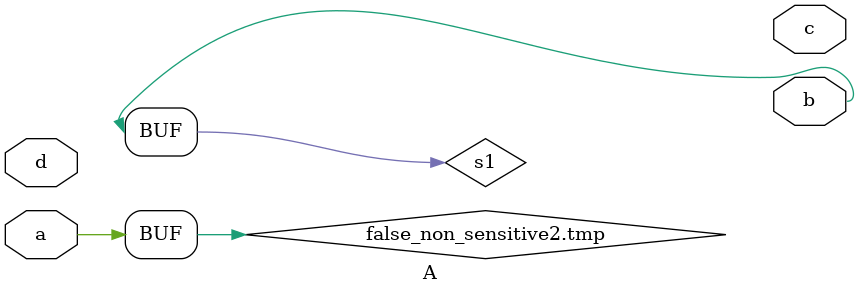
<source format=sv>

module B_top // "b_mod"
(
);

// SystemC signals
logic a;
logic b;
logic c;
logic signed [31:0] d;


//------------------------------------------------------------------------------

A a_mod
(
  .a(a),
  .b(b),
  .c(c),
  .d(d)
);

endmodule



//==============================================================================
//
// Module: A (test_non_sensvty.cpp:137:5)
//
module A // "b_mod.a_mod"
(
    input logic a,
    output logic b,
    output logic c,
    input logic signed [31:0] d
);

// SystemC signals
logic s1;

//------------------------------------------------------------------------------
// Method process: false_non_sensitive2 (test_non_sensvty.cpp:60:5) 

always_comb 
begin : false_non_sensitive2     // test_non_sensvty.cpp:60:5
    logic tmp;
    tmp = a;
    b = s1;
end

endmodule



</source>
